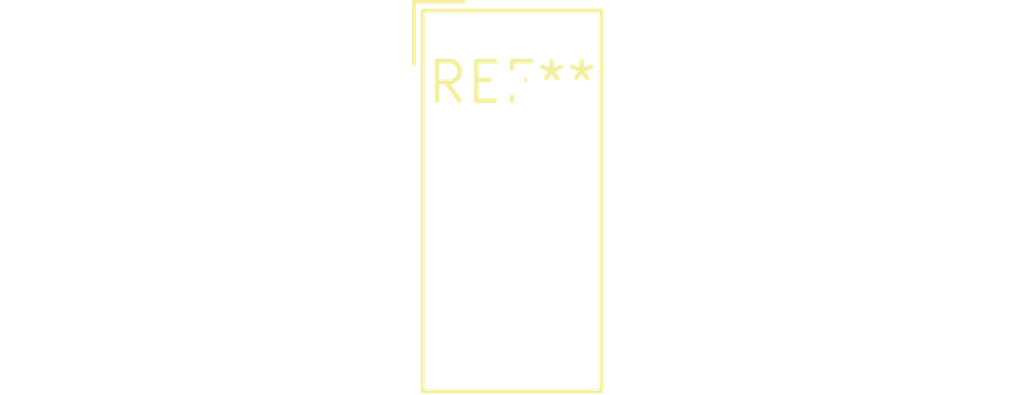
<source format=kicad_pcb>
(kicad_pcb (version 20240108) (generator pcbnew)
  (layers (0 "F.Cu" signal) (31 "B.Cu" signal) (34 "B.Paste" user) (35 "F.Paste" user) (36 "B.SilkS" user "B.Silkscreen") (37 "F.SilkS" user "F.Silkscreen") (38 "B.Mask" user) (39 "F.Mask" user) (44 "Edge.Cuts" user))
  (net 0 "")
  (footprint "Aosong_DHT11_5.5x12.0_P2.54mm" (layer "F.Cu") (at 0 0)
    (property "Reference" "REF**")
    (property "Value" "Aosong_DHT11_5.5x12.0_P2.54mm")
    (fp_line (start -3.16 -2.6) (end -3.16 -0.6) (layer "F.SilkS") (stroke (width 0.12)))
    (fp_line (start -3.16 -2.6) (end -1.55 -2.6) (layer "F.SilkS") (stroke (width 0.12)))
    (fp_line (start -2.88 9.94) (end -2.88 -2.31) (layer "F.SilkS") (stroke (width 0.12)))
    (fp_line (start -2.87 -2.32) (end 2.87 -2.32) (layer "F.SilkS") (stroke (width 0.12)))
    (fp_line (start 2.88 -2.32) (end 2.88 9.94) (layer "F.SilkS") (stroke (width 0.12)))
    (fp_line (start 2.88 9.94) (end -2.88 9.94) (layer "F.SilkS") (stroke (width 0.12)))
    (pad "1" thru_hole rect (at 0 0) (size 1.5 1.5) (drill 0.8) (layers *.Cu *.Mask) (remove_unused_layers))
    (pad "2" thru_hole circle (at 0 2.54) (size 1.5 1.5) (drill 0.8) (layers *.Cu *.Mask) (remove_unused_layers))
    (pad "3" thru_hole circle (at 0 5.08) (size 1.5 1.5) (drill 0.8) (layers *.Cu *.Mask) (remove_unused_layers))
    (pad "4" thru_hole circle (at 0 7.62) (size 1.5 1.5) (drill 0.8) (layers *.Cu *.Mask) (remove_unused_layers))
  )
)
</source>
